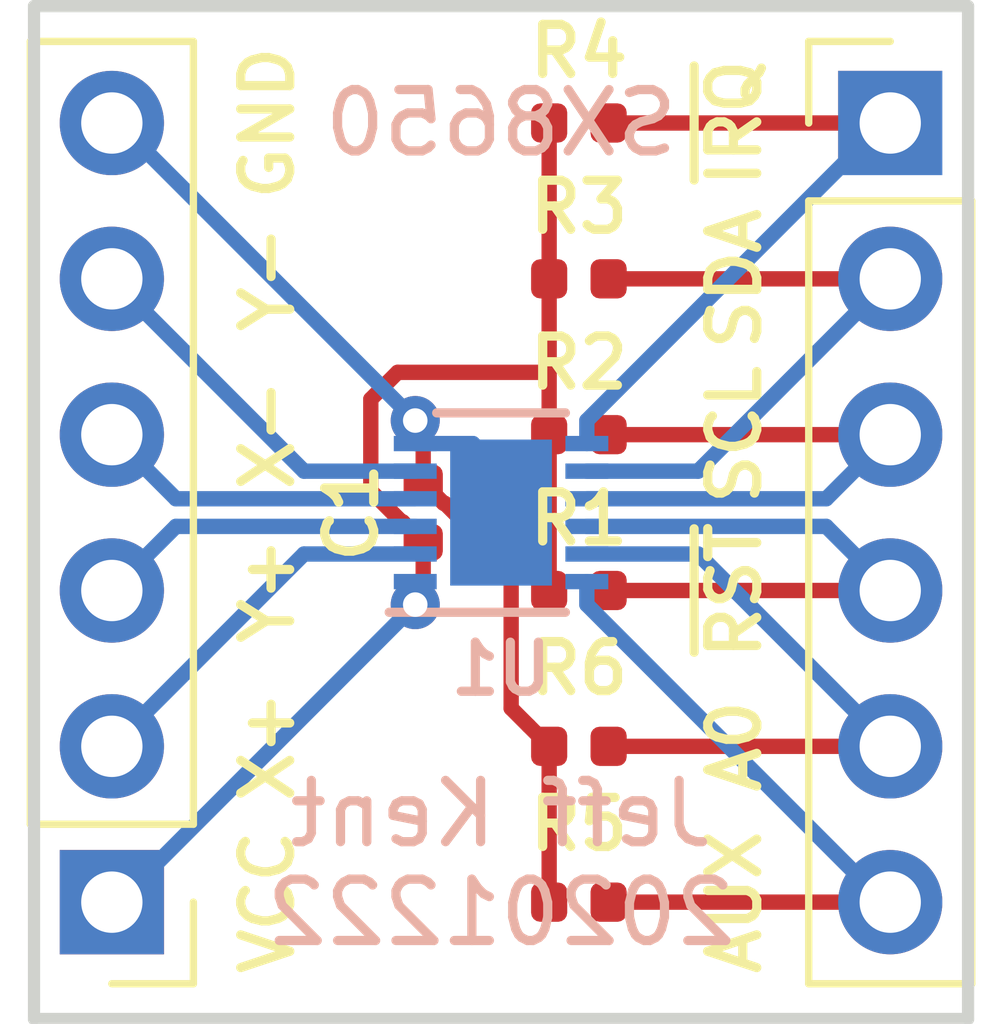
<source format=kicad_pcb>
(kicad_pcb (version 20171130) (host pcbnew 5.0.2+dfsg1-1)

  (general
    (thickness 1.6)
    (drawings 18)
    (tracks 61)
    (zones 0)
    (modules 10)
    (nets 13)
  )

  (page A4)
  (layers
    (0 F.Cu signal)
    (31 B.Cu signal)
    (32 B.Adhes user)
    (33 F.Adhes user)
    (34 B.Paste user)
    (35 F.Paste user)
    (36 B.SilkS user)
    (37 F.SilkS user)
    (38 B.Mask user)
    (39 F.Mask user)
    (40 Dwgs.User user)
    (41 Cmts.User user)
    (42 Eco1.User user)
    (43 Eco2.User user)
    (44 Edge.Cuts user)
    (45 Margin user)
    (46 B.CrtYd user hide)
    (47 F.CrtYd user hide)
    (48 B.Fab user hide)
    (49 F.Fab user hide)
  )

  (setup
    (last_trace_width 0.25)
    (trace_clearance 0.2)
    (zone_clearance 0.508)
    (zone_45_only no)
    (trace_min 0.2)
    (segment_width 0.2)
    (edge_width 0.15)
    (via_size 0.8)
    (via_drill 0.4)
    (via_min_size 0.4)
    (via_min_drill 0.3)
    (uvia_size 0.3)
    (uvia_drill 0.1)
    (uvias_allowed no)
    (uvia_min_size 0.2)
    (uvia_min_drill 0.1)
    (pcb_text_width 0.3)
    (pcb_text_size 1.5 1.5)
    (mod_edge_width 0.15)
    (mod_text_size 1 1)
    (mod_text_width 0.15)
    (pad_size 1.524 1.524)
    (pad_drill 0.762)
    (pad_to_mask_clearance 0.051)
    (solder_mask_min_width 0.25)
    (aux_axis_origin 0 0)
    (visible_elements FFFFFF7F)
    (pcbplotparams
      (layerselection 0x00030_ffffffff)
      (usegerberextensions false)
      (usegerberattributes false)
      (usegerberadvancedattributes false)
      (creategerberjobfile false)
      (excludeedgelayer true)
      (linewidth 0.100000)
      (plotframeref false)
      (viasonmask false)
      (mode 1)
      (useauxorigin false)
      (hpglpennumber 1)
      (hpglpenspeed 20)
      (hpglpendiameter 15.000000)
      (psnegative false)
      (psa4output false)
      (plotreference true)
      (plotvalue true)
      (plotinvisibletext false)
      (padsonsilk false)
      (subtractmaskfromsilk false)
      (outputformat 4)
      (mirror false)
      (drillshape 0)
      (scaleselection 1)
      (outputdirectory ""))
  )

  (net 0 "")
  (net 1 +3V3)
  (net 2 GND)
  (net 3 "Net-(J2-Pad4)")
  (net 4 "Net-(J2-Pad3)")
  (net 5 "Net-(J2-Pad2)")
  (net 6 "Net-(J2-Pad1)")
  (net 7 "Net-(J2-Pad6)")
  (net 8 "Net-(J2-Pad5)")
  (net 9 "Net-(J1-Pad2)")
  (net 10 "Net-(J1-Pad3)")
  (net 11 "Net-(J1-Pad4)")
  (net 12 "Net-(J1-Pad5)")

  (net_class Default "This is the default net class."
    (clearance 0.2)
    (trace_width 0.25)
    (via_dia 0.8)
    (via_drill 0.4)
    (uvia_dia 0.3)
    (uvia_drill 0.1)
    (add_net +3V3)
    (add_net GND)
    (add_net "Net-(J1-Pad2)")
    (add_net "Net-(J1-Pad3)")
    (add_net "Net-(J1-Pad4)")
    (add_net "Net-(J1-Pad5)")
    (add_net "Net-(J2-Pad1)")
    (add_net "Net-(J2-Pad2)")
    (add_net "Net-(J2-Pad3)")
    (add_net "Net-(J2-Pad4)")
    (add_net "Net-(J2-Pad5)")
    (add_net "Net-(J2-Pad6)")
  )

  (module Connector_PinHeader_2.54mm:PinHeader_1x06_P2.54mm_Vertical (layer F.Cu) (tedit 5FE20B80) (tstamp 5FE31ACC)
    (at 154.94 86.36)
    (descr "Through hole straight pin header, 1x06, 2.54mm pitch, single row")
    (tags "Through hole pin header THT 1x06 2.54mm single row")
    (path /5FE22122)
    (fp_text reference J2 (at 0 -2.33) (layer F.SilkS) hide
      (effects (font (size 1 1) (thickness 0.15)))
    )
    (fp_text value Conn_01x06_Male (at 0 15.03) (layer F.Fab)
      (effects (font (size 1 1) (thickness 0.15)))
    )
    (fp_text user %R (at 0 6.35 90) (layer F.Fab)
      (effects (font (size 1 1) (thickness 0.15)))
    )
    (fp_line (start 1.8 -1.8) (end -1.8 -1.8) (layer F.CrtYd) (width 0.05))
    (fp_line (start 1.8 14.5) (end 1.8 -1.8) (layer F.CrtYd) (width 0.05))
    (fp_line (start -1.8 14.5) (end 1.8 14.5) (layer F.CrtYd) (width 0.05))
    (fp_line (start -1.8 -1.8) (end -1.8 14.5) (layer F.CrtYd) (width 0.05))
    (fp_line (start -1.33 -1.33) (end 0 -1.33) (layer F.SilkS) (width 0.12))
    (fp_line (start -1.33 0) (end -1.33 -1.33) (layer F.SilkS) (width 0.12))
    (fp_line (start -1.33 1.27) (end 1.33 1.27) (layer F.SilkS) (width 0.12))
    (fp_line (start 1.33 1.27) (end 1.33 14.03) (layer F.SilkS) (width 0.12))
    (fp_line (start -1.33 1.27) (end -1.33 14.03) (layer F.SilkS) (width 0.12))
    (fp_line (start -1.33 14.03) (end 1.33 14.03) (layer F.SilkS) (width 0.12))
    (fp_line (start -1.27 -0.635) (end -0.635 -1.27) (layer F.Fab) (width 0.1))
    (fp_line (start -1.27 13.97) (end -1.27 -0.635) (layer F.Fab) (width 0.1))
    (fp_line (start 1.27 13.97) (end -1.27 13.97) (layer F.Fab) (width 0.1))
    (fp_line (start 1.27 -1.27) (end 1.27 13.97) (layer F.Fab) (width 0.1))
    (fp_line (start -0.635 -1.27) (end 1.27 -1.27) (layer F.Fab) (width 0.1))
    (pad 6 thru_hole oval (at 0 12.7) (size 1.7 1.7) (drill 1) (layers *.Cu *.Mask)
      (net 7 "Net-(J2-Pad6)"))
    (pad 5 thru_hole oval (at 0 10.16) (size 1.7 1.7) (drill 1) (layers *.Cu *.Mask)
      (net 8 "Net-(J2-Pad5)"))
    (pad 4 thru_hole oval (at 0 7.62) (size 1.7 1.7) (drill 1) (layers *.Cu *.Mask)
      (net 3 "Net-(J2-Pad4)"))
    (pad 3 thru_hole oval (at 0 5.08) (size 1.7 1.7) (drill 1) (layers *.Cu *.Mask)
      (net 4 "Net-(J2-Pad3)"))
    (pad 2 thru_hole oval (at 0 2.54) (size 1.7 1.7) (drill 1) (layers *.Cu *.Mask)
      (net 5 "Net-(J2-Pad2)"))
    (pad 1 thru_hole rect (at 0 0) (size 1.7 1.7) (drill 1) (layers *.Cu *.Mask)
      (net 6 "Net-(J2-Pad1)"))
    (model ${KISYS3DMOD}/Connector_PinHeader_2.54mm.3dshapes/PinHeader_1x06_P2.54mm_Vertical.wrl
      (at (xyz 0 0 0))
      (scale (xyz 1 1 1))
      (rotate (xyz 0 0 0))
    )
  )

  (module Connector_PinHeader_2.54mm:PinHeader_1x06_P2.54mm_Vertical (layer F.Cu) (tedit 5FE20B85) (tstamp 5FE31A18)
    (at 142.24 99.06 180)
    (descr "Through hole straight pin header, 1x06, 2.54mm pitch, single row")
    (tags "Through hole pin header THT 1x06 2.54mm single row")
    (path /5FE21FA9)
    (fp_text reference J1 (at 0 -2.33 180) (layer F.SilkS) hide
      (effects (font (size 1 1) (thickness 0.15)))
    )
    (fp_text value Conn_01x06_Male (at 0 15.03 180) (layer F.Fab)
      (effects (font (size 1 1) (thickness 0.15)))
    )
    (fp_text user %R (at 0 6.35 270) (layer F.Fab)
      (effects (font (size 1 1) (thickness 0.15)))
    )
    (fp_line (start 1.8 -1.8) (end -1.8 -1.8) (layer F.CrtYd) (width 0.05))
    (fp_line (start 1.8 14.5) (end 1.8 -1.8) (layer F.CrtYd) (width 0.05))
    (fp_line (start -1.8 14.5) (end 1.8 14.5) (layer F.CrtYd) (width 0.05))
    (fp_line (start -1.8 -1.8) (end -1.8 14.5) (layer F.CrtYd) (width 0.05))
    (fp_line (start -1.33 -1.33) (end 0 -1.33) (layer F.SilkS) (width 0.12))
    (fp_line (start -1.33 0) (end -1.33 -1.33) (layer F.SilkS) (width 0.12))
    (fp_line (start -1.33 1.27) (end 1.33 1.27) (layer F.SilkS) (width 0.12))
    (fp_line (start 1.33 1.27) (end 1.33 14.03) (layer F.SilkS) (width 0.12))
    (fp_line (start -1.33 1.27) (end -1.33 14.03) (layer F.SilkS) (width 0.12))
    (fp_line (start -1.33 14.03) (end 1.33 14.03) (layer F.SilkS) (width 0.12))
    (fp_line (start -1.27 -0.635) (end -0.635 -1.27) (layer F.Fab) (width 0.1))
    (fp_line (start -1.27 13.97) (end -1.27 -0.635) (layer F.Fab) (width 0.1))
    (fp_line (start 1.27 13.97) (end -1.27 13.97) (layer F.Fab) (width 0.1))
    (fp_line (start 1.27 -1.27) (end 1.27 13.97) (layer F.Fab) (width 0.1))
    (fp_line (start -0.635 -1.27) (end 1.27 -1.27) (layer F.Fab) (width 0.1))
    (pad 6 thru_hole oval (at 0 12.7 180) (size 1.7 1.7) (drill 1) (layers *.Cu *.Mask)
      (net 2 GND))
    (pad 5 thru_hole oval (at 0 10.16 180) (size 1.7 1.7) (drill 1) (layers *.Cu *.Mask)
      (net 12 "Net-(J1-Pad5)"))
    (pad 4 thru_hole oval (at 0 7.62 180) (size 1.7 1.7) (drill 1) (layers *.Cu *.Mask)
      (net 11 "Net-(J1-Pad4)"))
    (pad 3 thru_hole oval (at 0 5.08 180) (size 1.7 1.7) (drill 1) (layers *.Cu *.Mask)
      (net 10 "Net-(J1-Pad3)"))
    (pad 2 thru_hole oval (at 0 2.54 180) (size 1.7 1.7) (drill 1) (layers *.Cu *.Mask)
      (net 9 "Net-(J1-Pad2)"))
    (pad 1 thru_hole rect (at 0 0 180) (size 1.7 1.7) (drill 1) (layers *.Cu *.Mask)
      (net 1 +3V3))
    (model ${KISYS3DMOD}/Connector_PinHeader_2.54mm.3dshapes/PinHeader_1x06_P2.54mm_Vertical.wrl
      (at (xyz 0 0 0))
      (scale (xyz 1 1 1))
      (rotate (xyz 0 0 0))
    )
  )

  (module Package_DFN_QFN:DFN-12-1EP_3x3mm_P0.45mm_EP1.66x2.38mm (layer B.Cu) (tedit 5FE20C5C) (tstamp 5FE316DC)
    (at 148.59 92.71)
    (descr "DD Package; 12-Lead Plastic DFN (3mm x 3mm) (see Linear Technology DFN_12_05-08-1725.pdf)")
    (tags "DFN 0.45")
    (path /5FE21A73)
    (attr smd)
    (fp_text reference U1 (at 0 2.55) (layer B.SilkS)
      (effects (font (size 0.8 0.8) (thickness 0.15)) (justify mirror))
    )
    (fp_text value SX8650 (at 0 -2.55) (layer B.Fab)
      (effects (font (size 1 1) (thickness 0.15)) (justify mirror))
    )
    (fp_line (start -1.825 1.625) (end 1.05 1.625) (layer B.SilkS) (width 0.15))
    (fp_line (start -1.05 -1.625) (end 1.05 -1.625) (layer B.SilkS) (width 0.15))
    (fp_line (start -2 -1.8) (end 2 -1.8) (layer B.CrtYd) (width 0.05))
    (fp_line (start -2 1.8) (end 2 1.8) (layer B.CrtYd) (width 0.05))
    (fp_line (start 2 1.8) (end 2 -1.8) (layer B.CrtYd) (width 0.05))
    (fp_line (start -2 1.8) (end -2 -1.8) (layer B.CrtYd) (width 0.05))
    (fp_line (start -1.5 0.5) (end -0.5 1.5) (layer B.Fab) (width 0.15))
    (fp_line (start -1.5 -1.5) (end -1.5 0.5) (layer B.Fab) (width 0.15))
    (fp_line (start 1.5 -1.5) (end -1.5 -1.5) (layer B.Fab) (width 0.15))
    (fp_line (start 1.5 1.5) (end 1.5 -1.5) (layer B.Fab) (width 0.15))
    (fp_line (start -0.5 1.5) (end 1.5 1.5) (layer B.Fab) (width 0.15))
    (fp_text user %R (at 0 0) (layer B.Fab)
      (effects (font (size 0.7 0.7) (thickness 0.105)) (justify mirror))
    )
    (pad "" smd rect (at -0.415 0.595) (size 0.64 1) (layers B.Paste))
    (pad "" smd rect (at 0.415 0.595) (size 0.64 1) (layers B.Paste))
    (pad "" smd rect (at -0.415 -0.595) (size 0.64 1) (layers B.Paste))
    (pad 13 smd rect (at 0 0) (size 1.66 2.38) (layers B.Cu B.Mask)
      (net 2 GND))
    (pad "" smd rect (at 0.415 -0.595) (size 0.64 1) (layers B.Paste))
    (pad 12 smd rect (at 1.4 1.125) (size 0.7 0.25) (layers B.Cu B.Paste B.Mask)
      (net 7 "Net-(J2-Pad6)"))
    (pad 11 smd rect (at 1.4 0.675) (size 0.7 0.25) (layers B.Cu B.Paste B.Mask)
      (net 8 "Net-(J2-Pad5)"))
    (pad 10 smd rect (at 1.4 0.225) (size 0.7 0.25) (layers B.Cu B.Paste B.Mask)
      (net 3 "Net-(J2-Pad4)"))
    (pad 9 smd rect (at 1.4 -0.225) (size 0.7 0.25) (layers B.Cu B.Paste B.Mask)
      (net 4 "Net-(J2-Pad3)"))
    (pad 8 smd rect (at 1.4 -0.675) (size 0.7 0.25) (layers B.Cu B.Paste B.Mask)
      (net 5 "Net-(J2-Pad2)"))
    (pad 7 smd rect (at 1.4 -1.125) (size 0.7 0.25) (layers B.Cu B.Paste B.Mask)
      (net 6 "Net-(J2-Pad1)"))
    (pad 6 smd rect (at -1.4 -1.125) (size 0.7 0.25) (layers B.Cu B.Paste B.Mask)
      (net 2 GND))
    (pad 5 smd rect (at -1.4 -0.675) (size 0.7 0.25) (layers B.Cu B.Paste B.Mask)
      (net 12 "Net-(J1-Pad5)"))
    (pad 4 smd rect (at -1.4 -0.225) (size 0.7 0.25) (layers B.Cu B.Paste B.Mask)
      (net 11 "Net-(J1-Pad4)"))
    (pad 3 smd rect (at -1.4 0.225) (size 0.7 0.25) (layers B.Cu B.Paste B.Mask)
      (net 10 "Net-(J1-Pad3)"))
    (pad 2 smd rect (at -1.4 0.675) (size 0.7 0.25) (layers B.Cu B.Paste B.Mask)
      (net 9 "Net-(J1-Pad2)"))
    (pad 1 smd rect (at -1.4 1.125) (size 0.7 0.25) (layers B.Cu B.Paste B.Mask)
      (net 1 +3V3))
    (model ${KISYS3DMOD}/Package_DFN_QFN.3dshapes/DFN-12-1EP_3x3mm_P0.45mm_EP1.66x2.38mm.wrl
      (at (xyz 0 0 0))
      (scale (xyz 1 1 1))
      (rotate (xyz 0 0 0))
    )
  )

  (module Resistor_SMD:R_0402_1005Metric (layer F.Cu) (tedit 5FE20C19) (tstamp 5FE31CD4)
    (at 149.86 86.36)
    (descr "Resistor SMD 0402 (1005 Metric), square (rectangular) end terminal, IPC_7351 nominal, (Body size source: http://www.tortai-tech.com/upload/download/2011102023233369053.pdf), generated with kicad-footprint-generator")
    (tags resistor)
    (path /5FE2261D)
    (attr smd)
    (fp_text reference R4 (at 0 -1.17) (layer F.SilkS)
      (effects (font (size 0.8 0.8) (thickness 0.15)))
    )
    (fp_text value 2.2k (at 0 1.17) (layer F.Fab)
      (effects (font (size 1 1) (thickness 0.15)))
    )
    (fp_line (start -0.5 0.25) (end -0.5 -0.25) (layer F.Fab) (width 0.1))
    (fp_line (start -0.5 -0.25) (end 0.5 -0.25) (layer F.Fab) (width 0.1))
    (fp_line (start 0.5 -0.25) (end 0.5 0.25) (layer F.Fab) (width 0.1))
    (fp_line (start 0.5 0.25) (end -0.5 0.25) (layer F.Fab) (width 0.1))
    (fp_line (start -0.93 0.47) (end -0.93 -0.47) (layer F.CrtYd) (width 0.05))
    (fp_line (start -0.93 -0.47) (end 0.93 -0.47) (layer F.CrtYd) (width 0.05))
    (fp_line (start 0.93 -0.47) (end 0.93 0.47) (layer F.CrtYd) (width 0.05))
    (fp_line (start 0.93 0.47) (end -0.93 0.47) (layer F.CrtYd) (width 0.05))
    (fp_text user %R (at 0 0) (layer F.Fab)
      (effects (font (size 0.25 0.25) (thickness 0.04)))
    )
    (pad 1 smd roundrect (at -0.485 0) (size 0.59 0.64) (layers F.Cu F.Paste F.Mask) (roundrect_rratio 0.25)
      (net 1 +3V3))
    (pad 2 smd roundrect (at 0.485 0) (size 0.59 0.64) (layers F.Cu F.Paste F.Mask) (roundrect_rratio 0.25)
      (net 6 "Net-(J2-Pad1)"))
    (model ${KISYS3DMOD}/Resistor_SMD.3dshapes/R_0402_1005Metric.wrl
      (at (xyz 0 0 0))
      (scale (xyz 1 1 1))
      (rotate (xyz 0 0 0))
    )
  )

  (module Capacitor_SMD:C_0402_1005Metric (layer F.Cu) (tedit 5FE20C51) (tstamp 5FE326EA)
    (at 147.32 92.71 90)
    (descr "Capacitor SMD 0402 (1005 Metric), square (rectangular) end terminal, IPC_7351 nominal, (Body size source: http://www.tortai-tech.com/upload/download/2011102023233369053.pdf), generated with kicad-footprint-generator")
    (tags capacitor)
    (path /5FE4F372)
    (attr smd)
    (fp_text reference C1 (at 0 -1.17 90) (layer F.SilkS)
      (effects (font (size 0.8 0.8) (thickness 0.15)))
    )
    (fp_text value 100nF (at 0 1.17 90) (layer F.Fab)
      (effects (font (size 1 1) (thickness 0.15)))
    )
    (fp_line (start -0.5 0.25) (end -0.5 -0.25) (layer F.Fab) (width 0.1))
    (fp_line (start -0.5 -0.25) (end 0.5 -0.25) (layer F.Fab) (width 0.1))
    (fp_line (start 0.5 -0.25) (end 0.5 0.25) (layer F.Fab) (width 0.1))
    (fp_line (start 0.5 0.25) (end -0.5 0.25) (layer F.Fab) (width 0.1))
    (fp_line (start -0.93 0.47) (end -0.93 -0.47) (layer F.CrtYd) (width 0.05))
    (fp_line (start -0.93 -0.47) (end 0.93 -0.47) (layer F.CrtYd) (width 0.05))
    (fp_line (start 0.93 -0.47) (end 0.93 0.47) (layer F.CrtYd) (width 0.05))
    (fp_line (start 0.93 0.47) (end -0.93 0.47) (layer F.CrtYd) (width 0.05))
    (fp_text user %R (at 0 0 90) (layer F.Fab)
      (effects (font (size 0.25 0.25) (thickness 0.04)))
    )
    (pad 1 smd roundrect (at -0.485 0 90) (size 0.59 0.64) (layers F.Cu F.Paste F.Mask) (roundrect_rratio 0.25)
      (net 1 +3V3))
    (pad 2 smd roundrect (at 0.485 0 90) (size 0.59 0.64) (layers F.Cu F.Paste F.Mask) (roundrect_rratio 0.25)
      (net 2 GND))
    (model ${KISYS3DMOD}/Capacitor_SMD.3dshapes/C_0402_1005Metric.wrl
      (at (xyz 0 0 0))
      (scale (xyz 1 1 1))
      (rotate (xyz 0 0 0))
    )
  )

  (module Resistor_SMD:R_0402_1005Metric (layer F.Cu) (tedit 5FE20C3B) (tstamp 5FE31997)
    (at 149.86 93.98)
    (descr "Resistor SMD 0402 (1005 Metric), square (rectangular) end terminal, IPC_7351 nominal, (Body size source: http://www.tortai-tech.com/upload/download/2011102023233369053.pdf), generated with kicad-footprint-generator")
    (tags resistor)
    (path /5FE221EC)
    (attr smd)
    (fp_text reference R1 (at 0 -1.17) (layer F.SilkS)
      (effects (font (size 0.8 0.8) (thickness 0.15)))
    )
    (fp_text value 2.2k (at 0 1.17) (layer F.Fab)
      (effects (font (size 1 1) (thickness 0.15)))
    )
    (fp_line (start -0.5 0.25) (end -0.5 -0.25) (layer F.Fab) (width 0.1))
    (fp_line (start -0.5 -0.25) (end 0.5 -0.25) (layer F.Fab) (width 0.1))
    (fp_line (start 0.5 -0.25) (end 0.5 0.25) (layer F.Fab) (width 0.1))
    (fp_line (start 0.5 0.25) (end -0.5 0.25) (layer F.Fab) (width 0.1))
    (fp_line (start -0.93 0.47) (end -0.93 -0.47) (layer F.CrtYd) (width 0.05))
    (fp_line (start -0.93 -0.47) (end 0.93 -0.47) (layer F.CrtYd) (width 0.05))
    (fp_line (start 0.93 -0.47) (end 0.93 0.47) (layer F.CrtYd) (width 0.05))
    (fp_line (start 0.93 0.47) (end -0.93 0.47) (layer F.CrtYd) (width 0.05))
    (fp_text user %R (at 0 0) (layer F.Fab)
      (effects (font (size 0.25 0.25) (thickness 0.04)))
    )
    (pad 1 smd roundrect (at -0.485 0) (size 0.59 0.64) (layers F.Cu F.Paste F.Mask) (roundrect_rratio 0.25)
      (net 1 +3V3))
    (pad 2 smd roundrect (at 0.485 0) (size 0.59 0.64) (layers F.Cu F.Paste F.Mask) (roundrect_rratio 0.25)
      (net 3 "Net-(J2-Pad4)"))
    (model ${KISYS3DMOD}/Resistor_SMD.3dshapes/R_0402_1005Metric.wrl
      (at (xyz 0 0 0))
      (scale (xyz 1 1 1))
      (rotate (xyz 0 0 0))
    )
  )

  (module Resistor_SMD:R_0402_1005Metric (layer F.Cu) (tedit 5FE20C32) (tstamp 5FE31D45)
    (at 149.86 91.44)
    (descr "Resistor SMD 0402 (1005 Metric), square (rectangular) end terminal, IPC_7351 nominal, (Body size source: http://www.tortai-tech.com/upload/download/2011102023233369053.pdf), generated with kicad-footprint-generator")
    (tags resistor)
    (path /5FE22593)
    (attr smd)
    (fp_text reference R2 (at 0 -1.17) (layer F.SilkS)
      (effects (font (size 0.8 0.8) (thickness 0.15)))
    )
    (fp_text value 2.2k (at 0 1.17) (layer F.Fab)
      (effects (font (size 1 1) (thickness 0.15)))
    )
    (fp_text user %R (at 0 0) (layer F.Fab)
      (effects (font (size 0.25 0.25) (thickness 0.04)))
    )
    (fp_line (start 0.93 0.47) (end -0.93 0.47) (layer F.CrtYd) (width 0.05))
    (fp_line (start 0.93 -0.47) (end 0.93 0.47) (layer F.CrtYd) (width 0.05))
    (fp_line (start -0.93 -0.47) (end 0.93 -0.47) (layer F.CrtYd) (width 0.05))
    (fp_line (start -0.93 0.47) (end -0.93 -0.47) (layer F.CrtYd) (width 0.05))
    (fp_line (start 0.5 0.25) (end -0.5 0.25) (layer F.Fab) (width 0.1))
    (fp_line (start 0.5 -0.25) (end 0.5 0.25) (layer F.Fab) (width 0.1))
    (fp_line (start -0.5 -0.25) (end 0.5 -0.25) (layer F.Fab) (width 0.1))
    (fp_line (start -0.5 0.25) (end -0.5 -0.25) (layer F.Fab) (width 0.1))
    (pad 2 smd roundrect (at 0.485 0) (size 0.59 0.64) (layers F.Cu F.Paste F.Mask) (roundrect_rratio 0.25)
      (net 4 "Net-(J2-Pad3)"))
    (pad 1 smd roundrect (at -0.485 0) (size 0.59 0.64) (layers F.Cu F.Paste F.Mask) (roundrect_rratio 0.25)
      (net 1 +3V3))
    (model ${KISYS3DMOD}/Resistor_SMD.3dshapes/R_0402_1005Metric.wrl
      (at (xyz 0 0 0))
      (scale (xyz 1 1 1))
      (rotate (xyz 0 0 0))
    )
  )

  (module Resistor_SMD:R_0402_1005Metric (layer F.Cu) (tedit 5FE20C28) (tstamp 5FE315D1)
    (at 149.86 88.9)
    (descr "Resistor SMD 0402 (1005 Metric), square (rectangular) end terminal, IPC_7351 nominal, (Body size source: http://www.tortai-tech.com/upload/download/2011102023233369053.pdf), generated with kicad-footprint-generator")
    (tags resistor)
    (path /5FE225E3)
    (attr smd)
    (fp_text reference R3 (at 0 -1.17) (layer F.SilkS)
      (effects (font (size 0.8 0.8) (thickness 0.15)))
    )
    (fp_text value 2.2k (at 0 1.17) (layer F.Fab)
      (effects (font (size 1 1) (thickness 0.15)))
    )
    (fp_line (start -0.5 0.25) (end -0.5 -0.25) (layer F.Fab) (width 0.1))
    (fp_line (start -0.5 -0.25) (end 0.5 -0.25) (layer F.Fab) (width 0.1))
    (fp_line (start 0.5 -0.25) (end 0.5 0.25) (layer F.Fab) (width 0.1))
    (fp_line (start 0.5 0.25) (end -0.5 0.25) (layer F.Fab) (width 0.1))
    (fp_line (start -0.93 0.47) (end -0.93 -0.47) (layer F.CrtYd) (width 0.05))
    (fp_line (start -0.93 -0.47) (end 0.93 -0.47) (layer F.CrtYd) (width 0.05))
    (fp_line (start 0.93 -0.47) (end 0.93 0.47) (layer F.CrtYd) (width 0.05))
    (fp_line (start 0.93 0.47) (end -0.93 0.47) (layer F.CrtYd) (width 0.05))
    (fp_text user %R (at 0 0) (layer F.Fab)
      (effects (font (size 0.25 0.25) (thickness 0.04)))
    )
    (pad 1 smd roundrect (at -0.485 0) (size 0.59 0.64) (layers F.Cu F.Paste F.Mask) (roundrect_rratio 0.25)
      (net 1 +3V3))
    (pad 2 smd roundrect (at 0.485 0) (size 0.59 0.64) (layers F.Cu F.Paste F.Mask) (roundrect_rratio 0.25)
      (net 5 "Net-(J2-Pad2)"))
    (model ${KISYS3DMOD}/Resistor_SMD.3dshapes/R_0402_1005Metric.wrl
      (at (xyz 0 0 0))
      (scale (xyz 1 1 1))
      (rotate (xyz 0 0 0))
    )
  )

  (module Resistor_SMD:R_0402_1005Metric (layer F.Cu) (tedit 5FE20C44) (tstamp 5FE31B7F)
    (at 149.86 99.06 180)
    (descr "Resistor SMD 0402 (1005 Metric), square (rectangular) end terminal, IPC_7351 nominal, (Body size source: http://www.tortai-tech.com/upload/download/2011102023233369053.pdf), generated with kicad-footprint-generator")
    (tags resistor)
    (path /5FE2F756)
    (attr smd)
    (fp_text reference R5 (at 0 1.27 180) (layer F.SilkS)
      (effects (font (size 0.8 0.8) (thickness 0.15)))
    )
    (fp_text value 2.2k (at 0 1.17 180) (layer F.Fab)
      (effects (font (size 1 1) (thickness 0.15)))
    )
    (fp_text user %R (at 0 0 180) (layer F.Fab)
      (effects (font (size 0.25 0.25) (thickness 0.04)))
    )
    (fp_line (start 0.93 0.47) (end -0.93 0.47) (layer F.CrtYd) (width 0.05))
    (fp_line (start 0.93 -0.47) (end 0.93 0.47) (layer F.CrtYd) (width 0.05))
    (fp_line (start -0.93 -0.47) (end 0.93 -0.47) (layer F.CrtYd) (width 0.05))
    (fp_line (start -0.93 0.47) (end -0.93 -0.47) (layer F.CrtYd) (width 0.05))
    (fp_line (start 0.5 0.25) (end -0.5 0.25) (layer F.Fab) (width 0.1))
    (fp_line (start 0.5 -0.25) (end 0.5 0.25) (layer F.Fab) (width 0.1))
    (fp_line (start -0.5 -0.25) (end 0.5 -0.25) (layer F.Fab) (width 0.1))
    (fp_line (start -0.5 0.25) (end -0.5 -0.25) (layer F.Fab) (width 0.1))
    (pad 2 smd roundrect (at 0.485 0 180) (size 0.59 0.64) (layers F.Cu F.Paste F.Mask) (roundrect_rratio 0.25)
      (net 2 GND))
    (pad 1 smd roundrect (at -0.485 0 180) (size 0.59 0.64) (layers F.Cu F.Paste F.Mask) (roundrect_rratio 0.25)
      (net 7 "Net-(J2-Pad6)"))
    (model ${KISYS3DMOD}/Resistor_SMD.3dshapes/R_0402_1005Metric.wrl
      (at (xyz 0 0 0))
      (scale (xyz 1 1 1))
      (rotate (xyz 0 0 0))
    )
  )

  (module Resistor_SMD:R_0402_1005Metric (layer F.Cu) (tedit 5FE20C3F) (tstamp 5FE31B38)
    (at 149.86 96.52 180)
    (descr "Resistor SMD 0402 (1005 Metric), square (rectangular) end terminal, IPC_7351 nominal, (Body size source: http://www.tortai-tech.com/upload/download/2011102023233369053.pdf), generated with kicad-footprint-generator")
    (tags resistor)
    (path /5FE2F7C4)
    (attr smd)
    (fp_text reference R6 (at 0 1.27 180) (layer F.SilkS)
      (effects (font (size 0.8 0.8) (thickness 0.15)))
    )
    (fp_text value 2.2k (at 0 1.17 180) (layer F.Fab)
      (effects (font (size 1 1) (thickness 0.15)))
    )
    (fp_text user %R (at 0 0 180) (layer F.Fab)
      (effects (font (size 0.25 0.25) (thickness 0.04)))
    )
    (fp_line (start 0.93 0.47) (end -0.93 0.47) (layer F.CrtYd) (width 0.05))
    (fp_line (start 0.93 -0.47) (end 0.93 0.47) (layer F.CrtYd) (width 0.05))
    (fp_line (start -0.93 -0.47) (end 0.93 -0.47) (layer F.CrtYd) (width 0.05))
    (fp_line (start -0.93 0.47) (end -0.93 -0.47) (layer F.CrtYd) (width 0.05))
    (fp_line (start 0.5 0.25) (end -0.5 0.25) (layer F.Fab) (width 0.1))
    (fp_line (start 0.5 -0.25) (end 0.5 0.25) (layer F.Fab) (width 0.1))
    (fp_line (start -0.5 -0.25) (end 0.5 -0.25) (layer F.Fab) (width 0.1))
    (fp_line (start -0.5 0.25) (end -0.5 -0.25) (layer F.Fab) (width 0.1))
    (pad 2 smd roundrect (at 0.485 0 180) (size 0.59 0.64) (layers F.Cu F.Paste F.Mask) (roundrect_rratio 0.25)
      (net 2 GND))
    (pad 1 smd roundrect (at -0.485 0 180) (size 0.59 0.64) (layers F.Cu F.Paste F.Mask) (roundrect_rratio 0.25)
      (net 8 "Net-(J2-Pad5)"))
    (model ${KISYS3DMOD}/Resistor_SMD.3dshapes/R_0402_1005Metric.wrl
      (at (xyz 0 0 0))
      (scale (xyz 1 1 1))
      (rotate (xyz 0 0 0))
    )
  )

  (gr_text "Jeff Kent\n20201222" (at 148.59 98.425) (layer B.SilkS)
    (effects (font (size 1 1) (thickness 0.15)) (justify mirror))
  )
  (gr_text AUX (at 152.4 99.06 90) (layer F.SilkS) (tstamp 5FE325C1)
    (effects (font (size 0.8 0.8) (thickness 0.15)))
  )
  (gr_text A0 (at 152.4 96.52 90) (layer F.SilkS) (tstamp 5FE325BA)
    (effects (font (size 0.8 0.8) (thickness 0.15)))
  )
  (gr_text ~RST (at 152.4 93.98 90) (layer F.SilkS) (tstamp 5FE325B9)
    (effects (font (size 0.8 0.8) (thickness 0.15)))
  )
  (gr_text ~IRQ (at 152.4 86.36 90) (layer F.SilkS) (tstamp 5FE325B4)
    (effects (font (size 0.8 0.8) (thickness 0.15)))
  )
  (gr_text X+ (at 144.78 96.52 90) (layer F.SilkS) (tstamp 5FE32A66)
    (effects (font (size 0.8 0.8) (thickness 0.15)))
  )
  (gr_text Y+ (at 144.78 93.98 90) (layer F.SilkS) (tstamp 5FE32A6C)
    (effects (font (size 0.8 0.8) (thickness 0.15)))
  )
  (gr_text X- (at 144.78 91.44 90) (layer F.SilkS) (tstamp 5FE32A69)
    (effects (font (size 0.8 0.8) (thickness 0.15)))
  )
  (gr_text Y- (at 144.78 88.9 90) (layer F.SilkS) (tstamp 5FE32A6F)
    (effects (font (size 0.8 0.8) (thickness 0.15)))
  )
  (gr_text SDA (at 152.4 88.9 90) (layer F.SilkS) (tstamp 5FE31594)
    (effects (font (size 0.8 0.8) (thickness 0.15)))
  )
  (gr_text SCL (at 152.4 91.44 90) (layer F.SilkS) (tstamp 5FE31591)
    (effects (font (size 0.8 0.8) (thickness 0.15)))
  )
  (gr_text GND (at 144.78 86.36 90) (layer F.SilkS) (tstamp 5FE32A63)
    (effects (font (size 0.8 0.8) (thickness 0.15)))
  )
  (gr_text VCC (at 144.78 99.06 90) (layer F.SilkS) (tstamp 5FE32A60)
    (effects (font (size 0.8 0.8) (thickness 0.15)))
  )
  (gr_text SX8650 (at 148.59 86.36) (layer B.SilkS) (tstamp 5FE3179B)
    (effects (font (size 1 1) (thickness 0.15)) (justify mirror))
  )
  (gr_line (start 140.97 84.455) (end 140.97 100.965) (layer Edge.Cuts) (width 0.2) (tstamp 5FE314B6))
  (gr_line (start 156.21 84.455) (end 140.97 84.455) (layer Edge.Cuts) (width 0.2) (tstamp 5FE316B7))
  (gr_line (start 156.21 100.965) (end 156.21 84.455) (layer Edge.Cuts) (width 0.2) (tstamp 5FE317C5))
  (gr_line (start 140.97 100.965) (end 156.21 100.965) (layer Edge.Cuts) (width 0.2) (tstamp 5FE317DD))

  (segment (start 142.34 99.06) (end 142.24 99.06) (width 0.25) (layer B.Cu) (net 1))
  (segment (start 147.19 94.21) (end 142.34 99.06) (width 0.25) (layer B.Cu) (net 1))
  (segment (start 147.19 93.835) (end 147.19 94.21) (width 0.25) (layer B.Cu) (net 1))
  (segment (start 149.375 86.36) (end 149.375 88.9) (width 0.25) (layer F.Cu) (net 1))
  (segment (start 149.375 91.44) (end 149.375 93.98) (width 0.25) (layer F.Cu) (net 1))
  (via (at 147.19 94.21) (size 0.8) (drill 0.4) (layers F.Cu B.Cu) (net 1))
  (segment (start 147.32 93.195) (end 147.32 94.08) (width 0.25) (layer F.Cu) (net 1))
  (segment (start 147.32 94.08) (end 147.19 94.21) (width 0.25) (layer F.Cu) (net 1))
  (segment (start 146.464999 92.358231) (end 146.464999 90.861999) (width 0.25) (layer F.Cu) (net 1))
  (segment (start 146.9676 92.860832) (end 146.464999 92.358231) (width 0.25) (layer F.Cu) (net 1))
  (segment (start 146.464999 90.861999) (end 146.902998 90.424) (width 0.25) (layer F.Cu) (net 1))
  (segment (start 146.985832 92.860832) (end 146.9676 92.860832) (width 0.25) (layer F.Cu) (net 1))
  (segment (start 147.32 93.195) (end 146.985832 92.860832) (width 0.25) (layer F.Cu) (net 1))
  (segment (start 146.902998 90.424) (end 149.375 90.424) (width 0.25) (layer F.Cu) (net 1))
  (segment (start 149.375 88.9) (end 149.375 90.424) (width 0.25) (layer F.Cu) (net 1))
  (segment (start 149.375 90.424) (end 149.375 91.44) (width 0.25) (layer F.Cu) (net 1))
  (segment (start 142.34 86.36) (end 142.24 86.36) (width 0.25) (layer B.Cu) (net 2))
  (segment (start 147.19 91.21) (end 142.34 86.36) (width 0.25) (layer B.Cu) (net 2))
  (segment (start 147.19 91.585) (end 147.19 91.21) (width 0.25) (layer B.Cu) (net 2))
  (segment (start 149.375 96.52) (end 149.375 99.06) (width 0.25) (layer F.Cu) (net 2))
  (via (at 147.19 91.21) (size 0.8) (drill 0.4) (layers F.Cu B.Cu) (net 2))
  (segment (start 147.32 92.225) (end 147.32 91.34) (width 0.25) (layer F.Cu) (net 2))
  (segment (start 147.32 91.34) (end 147.19 91.21) (width 0.25) (layer F.Cu) (net 2))
  (segment (start 148.75499 95.89999) (end 149.040832 96.185832) (width 0.25) (layer F.Cu) (net 2))
  (segment (start 148.75499 93.641758) (end 148.75499 95.89999) (width 0.25) (layer F.Cu) (net 2))
  (segment (start 149.040832 96.185832) (end 149.375 96.52) (width 0.25) (layer F.Cu) (net 2))
  (segment (start 147.6724 92.559168) (end 148.75499 93.641758) (width 0.25) (layer F.Cu) (net 2))
  (segment (start 147.654168 92.559168) (end 147.6724 92.559168) (width 0.25) (layer F.Cu) (net 2))
  (segment (start 147.32 92.225) (end 147.654168 92.559168) (width 0.25) (layer F.Cu) (net 2))
  (segment (start 147.79 91.585) (end 147.19 91.585) (width 0.25) (layer B.Cu) (net 2))
  (segment (start 148.130685 91.585) (end 147.79 91.585) (width 0.25) (layer B.Cu) (net 2))
  (segment (start 148.59 92.044315) (end 148.130685 91.585) (width 0.25) (layer B.Cu) (net 2))
  (segment (start 148.59 92.71) (end 148.59 92.044315) (width 0.25) (layer B.Cu) (net 2))
  (segment (start 153.895 92.935) (end 154.94 93.98) (width 0.25) (layer B.Cu) (net 3))
  (segment (start 149.99 92.935) (end 153.895 92.935) (width 0.25) (layer B.Cu) (net 3))
  (segment (start 154.94 93.98) (end 150.345 93.98) (width 0.25) (layer F.Cu) (net 3))
  (segment (start 153.895 92.485) (end 154.94 91.44) (width 0.25) (layer B.Cu) (net 4))
  (segment (start 149.99 92.485) (end 153.895 92.485) (width 0.25) (layer B.Cu) (net 4))
  (segment (start 150.345 91.44) (end 154.94 91.44) (width 0.25) (layer F.Cu) (net 4))
  (segment (start 151.805 92.035) (end 154.94 88.9) (width 0.25) (layer B.Cu) (net 5))
  (segment (start 149.99 92.035) (end 151.805 92.035) (width 0.25) (layer B.Cu) (net 5))
  (segment (start 150.345 88.9) (end 154.94 88.9) (width 0.25) (layer F.Cu) (net 5))
  (segment (start 154.84 86.36) (end 154.94 86.36) (width 0.25) (layer B.Cu) (net 6))
  (segment (start 149.99 91.21) (end 154.84 86.36) (width 0.25) (layer B.Cu) (net 6))
  (segment (start 149.99 91.585) (end 149.99 91.21) (width 0.25) (layer B.Cu) (net 6))
  (segment (start 150.345 86.36) (end 154.94 86.36) (width 0.25) (layer F.Cu) (net 6))
  (segment (start 154.84 99.06) (end 154.94 99.06) (width 0.25) (layer B.Cu) (net 7))
  (segment (start 149.99 94.21) (end 154.84 99.06) (width 0.25) (layer B.Cu) (net 7))
  (segment (start 149.99 93.835) (end 149.99 94.21) (width 0.25) (layer B.Cu) (net 7))
  (segment (start 150.345 99.06) (end 154.94 99.06) (width 0.25) (layer F.Cu) (net 7))
  (segment (start 151.805 93.385) (end 154.94 96.52) (width 0.25) (layer B.Cu) (net 8))
  (segment (start 149.99 93.385) (end 151.805 93.385) (width 0.25) (layer B.Cu) (net 8))
  (segment (start 154.94 96.52) (end 150.345 96.52) (width 0.25) (layer F.Cu) (net 8))
  (segment (start 145.375 93.385) (end 142.24 96.52) (width 0.25) (layer B.Cu) (net 9))
  (segment (start 147.19 93.385) (end 145.375 93.385) (width 0.25) (layer B.Cu) (net 9))
  (segment (start 143.285 92.935) (end 142.24 93.98) (width 0.25) (layer B.Cu) (net 10))
  (segment (start 147.19 92.935) (end 143.285 92.935) (width 0.25) (layer B.Cu) (net 10))
  (segment (start 143.285 92.485) (end 142.24 91.44) (width 0.25) (layer B.Cu) (net 11))
  (segment (start 147.19 92.485) (end 143.285 92.485) (width 0.25) (layer B.Cu) (net 11))
  (segment (start 145.375 92.035) (end 142.24 88.9) (width 0.25) (layer B.Cu) (net 12))
  (segment (start 147.19 92.035) (end 145.375 92.035) (width 0.25) (layer B.Cu) (net 12))

)

</source>
